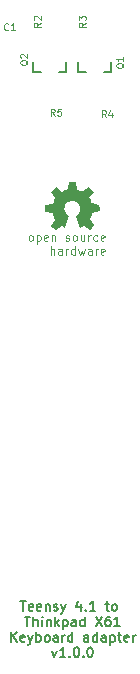
<source format=gto>
%TF.GenerationSoftware,KiCad,Pcbnew,(6.0.2)*%
%TF.CreationDate,2022-04-24T21:41:02-05:00*%
%TF.ProjectId,thinkpad-teensy-keyboard,7468696e-6b70-4616-942d-7465656e7379,v1.0.0*%
%TF.SameCoordinates,Original*%
%TF.FileFunction,Legend,Top*%
%TF.FilePolarity,Positive*%
%FSLAX46Y46*%
G04 Gerber Fmt 4.6, Leading zero omitted, Abs format (unit mm)*
G04 Created by KiCad (PCBNEW (6.0.2)) date 2022-04-24 21:41:02*
%MOMM*%
%LPD*%
G01*
G04 APERTURE LIST*
%ADD10C,0.152400*%
%ADD11C,0.115824*%
%ADD12C,0.060960*%
%ADD13C,0.203200*%
G04 APERTURE END LIST*
D10*
X115964304Y-98810983D02*
X116428761Y-98810983D01*
X116196533Y-99623783D02*
X116196533Y-98810983D01*
X117009333Y-99585078D02*
X116931923Y-99623783D01*
X116777104Y-99623783D01*
X116699695Y-99585078D01*
X116660990Y-99507668D01*
X116660990Y-99198030D01*
X116699695Y-99120621D01*
X116777104Y-99081916D01*
X116931923Y-99081916D01*
X117009333Y-99120621D01*
X117048038Y-99198030D01*
X117048038Y-99275440D01*
X116660990Y-99352849D01*
X117706019Y-99585078D02*
X117628609Y-99623783D01*
X117473790Y-99623783D01*
X117396380Y-99585078D01*
X117357676Y-99507668D01*
X117357676Y-99198030D01*
X117396380Y-99120621D01*
X117473790Y-99081916D01*
X117628609Y-99081916D01*
X117706019Y-99120621D01*
X117744723Y-99198030D01*
X117744723Y-99275440D01*
X117357676Y-99352849D01*
X118093066Y-99081916D02*
X118093066Y-99623783D01*
X118093066Y-99159326D02*
X118131771Y-99120621D01*
X118209180Y-99081916D01*
X118325295Y-99081916D01*
X118402704Y-99120621D01*
X118441409Y-99198030D01*
X118441409Y-99623783D01*
X118789752Y-99585078D02*
X118867161Y-99623783D01*
X119021980Y-99623783D01*
X119099390Y-99585078D01*
X119138095Y-99507668D01*
X119138095Y-99468964D01*
X119099390Y-99391554D01*
X119021980Y-99352849D01*
X118905866Y-99352849D01*
X118828457Y-99314145D01*
X118789752Y-99236735D01*
X118789752Y-99198030D01*
X118828457Y-99120621D01*
X118905866Y-99081916D01*
X119021980Y-99081916D01*
X119099390Y-99120621D01*
X119409028Y-99081916D02*
X119602552Y-99623783D01*
X119796076Y-99081916D02*
X119602552Y-99623783D01*
X119525142Y-99817307D01*
X119486438Y-99856011D01*
X119409028Y-99894716D01*
X121073333Y-99081916D02*
X121073333Y-99623783D01*
X120879809Y-98772278D02*
X120686285Y-99352849D01*
X121189447Y-99352849D01*
X121499085Y-99546373D02*
X121537790Y-99585078D01*
X121499085Y-99623783D01*
X121460380Y-99585078D01*
X121499085Y-99546373D01*
X121499085Y-99623783D01*
X122311885Y-99623783D02*
X121847428Y-99623783D01*
X122079657Y-99623783D02*
X122079657Y-98810983D01*
X122002247Y-98927097D01*
X121924838Y-99004507D01*
X121847428Y-99043211D01*
X123163390Y-99081916D02*
X123473028Y-99081916D01*
X123279504Y-98810983D02*
X123279504Y-99507668D01*
X123318209Y-99585078D01*
X123395619Y-99623783D01*
X123473028Y-99623783D01*
X123860076Y-99623783D02*
X123782666Y-99585078D01*
X123743961Y-99546373D01*
X123705257Y-99468964D01*
X123705257Y-99236735D01*
X123743961Y-99159326D01*
X123782666Y-99120621D01*
X123860076Y-99081916D01*
X123976190Y-99081916D01*
X124053600Y-99120621D01*
X124092304Y-99159326D01*
X124131009Y-99236735D01*
X124131009Y-99468964D01*
X124092304Y-99546373D01*
X124053600Y-99585078D01*
X123976190Y-99623783D01*
X123860076Y-99623783D01*
X116332000Y-100119591D02*
X116796457Y-100119591D01*
X116564228Y-100932391D02*
X116564228Y-100119591D01*
X117067390Y-100932391D02*
X117067390Y-100119591D01*
X117415733Y-100932391D02*
X117415733Y-100506638D01*
X117377028Y-100429229D01*
X117299619Y-100390524D01*
X117183504Y-100390524D01*
X117106095Y-100429229D01*
X117067390Y-100467934D01*
X117802780Y-100932391D02*
X117802780Y-100390524D01*
X117802780Y-100119591D02*
X117764076Y-100158296D01*
X117802780Y-100197000D01*
X117841485Y-100158296D01*
X117802780Y-100119591D01*
X117802780Y-100197000D01*
X118189828Y-100390524D02*
X118189828Y-100932391D01*
X118189828Y-100467934D02*
X118228533Y-100429229D01*
X118305942Y-100390524D01*
X118422057Y-100390524D01*
X118499466Y-100429229D01*
X118538171Y-100506638D01*
X118538171Y-100932391D01*
X118925219Y-100932391D02*
X118925219Y-100119591D01*
X119002628Y-100622753D02*
X119234857Y-100932391D01*
X119234857Y-100390524D02*
X118925219Y-100700162D01*
X119583200Y-100390524D02*
X119583200Y-101203324D01*
X119583200Y-100429229D02*
X119660609Y-100390524D01*
X119815428Y-100390524D01*
X119892838Y-100429229D01*
X119931542Y-100467934D01*
X119970247Y-100545343D01*
X119970247Y-100777572D01*
X119931542Y-100854981D01*
X119892838Y-100893686D01*
X119815428Y-100932391D01*
X119660609Y-100932391D01*
X119583200Y-100893686D01*
X120666933Y-100932391D02*
X120666933Y-100506638D01*
X120628228Y-100429229D01*
X120550819Y-100390524D01*
X120396000Y-100390524D01*
X120318590Y-100429229D01*
X120666933Y-100893686D02*
X120589523Y-100932391D01*
X120396000Y-100932391D01*
X120318590Y-100893686D01*
X120279885Y-100816276D01*
X120279885Y-100738867D01*
X120318590Y-100661457D01*
X120396000Y-100622753D01*
X120589523Y-100622753D01*
X120666933Y-100584048D01*
X121402323Y-100932391D02*
X121402323Y-100119591D01*
X121402323Y-100893686D02*
X121324914Y-100932391D01*
X121170095Y-100932391D01*
X121092685Y-100893686D01*
X121053980Y-100854981D01*
X121015276Y-100777572D01*
X121015276Y-100545343D01*
X121053980Y-100467934D01*
X121092685Y-100429229D01*
X121170095Y-100390524D01*
X121324914Y-100390524D01*
X121402323Y-100429229D01*
X122331238Y-100119591D02*
X122873104Y-100932391D01*
X122873104Y-100119591D02*
X122331238Y-100932391D01*
X123531085Y-100119591D02*
X123376266Y-100119591D01*
X123298857Y-100158296D01*
X123260152Y-100197000D01*
X123182742Y-100313115D01*
X123144038Y-100467934D01*
X123144038Y-100777572D01*
X123182742Y-100854981D01*
X123221447Y-100893686D01*
X123298857Y-100932391D01*
X123453676Y-100932391D01*
X123531085Y-100893686D01*
X123569790Y-100854981D01*
X123608495Y-100777572D01*
X123608495Y-100584048D01*
X123569790Y-100506638D01*
X123531085Y-100467934D01*
X123453676Y-100429229D01*
X123298857Y-100429229D01*
X123221447Y-100467934D01*
X123182742Y-100506638D01*
X123144038Y-100584048D01*
X124382590Y-100932391D02*
X123918133Y-100932391D01*
X124150361Y-100932391D02*
X124150361Y-100119591D01*
X124072952Y-100235705D01*
X123995542Y-100313115D01*
X123918133Y-100351819D01*
X115190209Y-102240999D02*
X115190209Y-101428199D01*
X115654666Y-102240999D02*
X115306323Y-101776542D01*
X115654666Y-101428199D02*
X115190209Y-101892656D01*
X116312647Y-102202294D02*
X116235238Y-102240999D01*
X116080419Y-102240999D01*
X116003009Y-102202294D01*
X115964304Y-102124884D01*
X115964304Y-101815246D01*
X116003009Y-101737837D01*
X116080419Y-101699132D01*
X116235238Y-101699132D01*
X116312647Y-101737837D01*
X116351352Y-101815246D01*
X116351352Y-101892656D01*
X115964304Y-101970065D01*
X116622285Y-101699132D02*
X116815809Y-102240999D01*
X117009333Y-101699132D02*
X116815809Y-102240999D01*
X116738400Y-102434523D01*
X116699695Y-102473227D01*
X116622285Y-102511932D01*
X117318971Y-102240999D02*
X117318971Y-101428199D01*
X117318971Y-101737837D02*
X117396380Y-101699132D01*
X117551200Y-101699132D01*
X117628609Y-101737837D01*
X117667314Y-101776542D01*
X117706019Y-101853951D01*
X117706019Y-102086180D01*
X117667314Y-102163589D01*
X117628609Y-102202294D01*
X117551200Y-102240999D01*
X117396380Y-102240999D01*
X117318971Y-102202294D01*
X118170476Y-102240999D02*
X118093066Y-102202294D01*
X118054361Y-102163589D01*
X118015657Y-102086180D01*
X118015657Y-101853951D01*
X118054361Y-101776542D01*
X118093066Y-101737837D01*
X118170476Y-101699132D01*
X118286590Y-101699132D01*
X118364000Y-101737837D01*
X118402704Y-101776542D01*
X118441409Y-101853951D01*
X118441409Y-102086180D01*
X118402704Y-102163589D01*
X118364000Y-102202294D01*
X118286590Y-102240999D01*
X118170476Y-102240999D01*
X119138095Y-102240999D02*
X119138095Y-101815246D01*
X119099390Y-101737837D01*
X119021980Y-101699132D01*
X118867161Y-101699132D01*
X118789752Y-101737837D01*
X119138095Y-102202294D02*
X119060685Y-102240999D01*
X118867161Y-102240999D01*
X118789752Y-102202294D01*
X118751047Y-102124884D01*
X118751047Y-102047475D01*
X118789752Y-101970065D01*
X118867161Y-101931361D01*
X119060685Y-101931361D01*
X119138095Y-101892656D01*
X119525142Y-102240999D02*
X119525142Y-101699132D01*
X119525142Y-101853951D02*
X119563847Y-101776542D01*
X119602552Y-101737837D01*
X119679961Y-101699132D01*
X119757371Y-101699132D01*
X120376647Y-102240999D02*
X120376647Y-101428199D01*
X120376647Y-102202294D02*
X120299238Y-102240999D01*
X120144419Y-102240999D01*
X120067009Y-102202294D01*
X120028304Y-102163589D01*
X119989600Y-102086180D01*
X119989600Y-101853951D01*
X120028304Y-101776542D01*
X120067009Y-101737837D01*
X120144419Y-101699132D01*
X120299238Y-101699132D01*
X120376647Y-101737837D01*
X121731314Y-102240999D02*
X121731314Y-101815246D01*
X121692609Y-101737837D01*
X121615200Y-101699132D01*
X121460380Y-101699132D01*
X121382971Y-101737837D01*
X121731314Y-102202294D02*
X121653904Y-102240999D01*
X121460380Y-102240999D01*
X121382971Y-102202294D01*
X121344266Y-102124884D01*
X121344266Y-102047475D01*
X121382971Y-101970065D01*
X121460380Y-101931361D01*
X121653904Y-101931361D01*
X121731314Y-101892656D01*
X122466704Y-102240999D02*
X122466704Y-101428199D01*
X122466704Y-102202294D02*
X122389295Y-102240999D01*
X122234476Y-102240999D01*
X122157066Y-102202294D01*
X122118361Y-102163589D01*
X122079657Y-102086180D01*
X122079657Y-101853951D01*
X122118361Y-101776542D01*
X122157066Y-101737837D01*
X122234476Y-101699132D01*
X122389295Y-101699132D01*
X122466704Y-101737837D01*
X123202095Y-102240999D02*
X123202095Y-101815246D01*
X123163390Y-101737837D01*
X123085980Y-101699132D01*
X122931161Y-101699132D01*
X122853752Y-101737837D01*
X123202095Y-102202294D02*
X123124685Y-102240999D01*
X122931161Y-102240999D01*
X122853752Y-102202294D01*
X122815047Y-102124884D01*
X122815047Y-102047475D01*
X122853752Y-101970065D01*
X122931161Y-101931361D01*
X123124685Y-101931361D01*
X123202095Y-101892656D01*
X123589142Y-101699132D02*
X123589142Y-102511932D01*
X123589142Y-101737837D02*
X123666552Y-101699132D01*
X123821371Y-101699132D01*
X123898780Y-101737837D01*
X123937485Y-101776542D01*
X123976190Y-101853951D01*
X123976190Y-102086180D01*
X123937485Y-102163589D01*
X123898780Y-102202294D01*
X123821371Y-102240999D01*
X123666552Y-102240999D01*
X123589142Y-102202294D01*
X124208419Y-101699132D02*
X124518057Y-101699132D01*
X124324533Y-101428199D02*
X124324533Y-102124884D01*
X124363238Y-102202294D01*
X124440647Y-102240999D01*
X124518057Y-102240999D01*
X125098628Y-102202294D02*
X125021219Y-102240999D01*
X124866400Y-102240999D01*
X124788990Y-102202294D01*
X124750285Y-102124884D01*
X124750285Y-101815246D01*
X124788990Y-101737837D01*
X124866400Y-101699132D01*
X125021219Y-101699132D01*
X125098628Y-101737837D01*
X125137333Y-101815246D01*
X125137333Y-101892656D01*
X124750285Y-101970065D01*
X125485676Y-102240999D02*
X125485676Y-101699132D01*
X125485676Y-101853951D02*
X125524380Y-101776542D01*
X125563085Y-101737837D01*
X125640495Y-101699132D01*
X125717904Y-101699132D01*
X118654285Y-103007740D02*
X118847809Y-103549607D01*
X119041333Y-103007740D01*
X119776723Y-103549607D02*
X119312266Y-103549607D01*
X119544495Y-103549607D02*
X119544495Y-102736807D01*
X119467085Y-102852921D01*
X119389676Y-102930331D01*
X119312266Y-102969035D01*
X120125066Y-103472197D02*
X120163771Y-103510902D01*
X120125066Y-103549607D01*
X120086361Y-103510902D01*
X120125066Y-103472197D01*
X120125066Y-103549607D01*
X120666933Y-102736807D02*
X120744342Y-102736807D01*
X120821752Y-102775512D01*
X120860457Y-102814216D01*
X120899161Y-102891626D01*
X120937866Y-103046445D01*
X120937866Y-103239969D01*
X120899161Y-103394788D01*
X120860457Y-103472197D01*
X120821752Y-103510902D01*
X120744342Y-103549607D01*
X120666933Y-103549607D01*
X120589523Y-103510902D01*
X120550819Y-103472197D01*
X120512114Y-103394788D01*
X120473409Y-103239969D01*
X120473409Y-103046445D01*
X120512114Y-102891626D01*
X120550819Y-102814216D01*
X120589523Y-102775512D01*
X120666933Y-102736807D01*
X121286209Y-103472197D02*
X121324914Y-103510902D01*
X121286209Y-103549607D01*
X121247504Y-103510902D01*
X121286209Y-103472197D01*
X121286209Y-103549607D01*
X121828076Y-102736807D02*
X121905485Y-102736807D01*
X121982895Y-102775512D01*
X122021600Y-102814216D01*
X122060304Y-102891626D01*
X122099009Y-103046445D01*
X122099009Y-103239969D01*
X122060304Y-103394788D01*
X122021600Y-103472197D01*
X121982895Y-103510902D01*
X121905485Y-103549607D01*
X121828076Y-103549607D01*
X121750666Y-103510902D01*
X121711961Y-103472197D01*
X121673257Y-103394788D01*
X121634552Y-103239969D01*
X121634552Y-103046445D01*
X121673257Y-102891626D01*
X121711961Y-102814216D01*
X121750666Y-102775512D01*
X121828076Y-102736807D01*
D11*
%TO.C,Q1*%
X124721010Y-53247025D02*
X124693433Y-53302180D01*
X124638278Y-53357334D01*
X124555547Y-53440065D01*
X124527970Y-53495220D01*
X124527970Y-53550374D01*
X124665855Y-53522797D02*
X124638278Y-53577951D01*
X124583124Y-53633105D01*
X124472815Y-53660683D01*
X124279775Y-53660683D01*
X124169467Y-53633105D01*
X124114313Y-53577951D01*
X124086735Y-53522797D01*
X124086735Y-53412488D01*
X124114313Y-53357334D01*
X124169467Y-53302180D01*
X124279775Y-53274603D01*
X124472815Y-53274603D01*
X124583124Y-53302180D01*
X124638278Y-53357334D01*
X124665855Y-53412488D01*
X124665855Y-53522797D01*
X124665855Y-52723060D02*
X124665855Y-53053985D01*
X124665855Y-52888523D02*
X124086735Y-52888523D01*
X124169467Y-52943677D01*
X124224621Y-52998831D01*
X124252198Y-53053985D01*
%TO.C,C1*%
X114939295Y-50422734D02*
X114911718Y-50450311D01*
X114828987Y-50477888D01*
X114773833Y-50477888D01*
X114691101Y-50450311D01*
X114635947Y-50395157D01*
X114608370Y-50340003D01*
X114580793Y-50229694D01*
X114580793Y-50146963D01*
X114608370Y-50036654D01*
X114635947Y-49981500D01*
X114691101Y-49926346D01*
X114773833Y-49898768D01*
X114828987Y-49898768D01*
X114911718Y-49926346D01*
X114939295Y-49953923D01*
X115490838Y-50477888D02*
X115159913Y-50477888D01*
X115325375Y-50477888D02*
X115325375Y-49898768D01*
X115270221Y-49981500D01*
X115215067Y-50036654D01*
X115159913Y-50064231D01*
%TO.C,R3*%
X121490855Y-49834368D02*
X121215084Y-50027408D01*
X121490855Y-50165294D02*
X120911735Y-50165294D01*
X120911735Y-49944677D01*
X120939313Y-49889523D01*
X120966890Y-49861946D01*
X121022044Y-49834368D01*
X121104775Y-49834368D01*
X121159930Y-49861946D01*
X121187507Y-49889523D01*
X121215084Y-49944677D01*
X121215084Y-50165294D01*
X120911735Y-49641328D02*
X120911735Y-49282826D01*
X121132353Y-49475866D01*
X121132353Y-49393134D01*
X121159930Y-49337980D01*
X121187507Y-49310403D01*
X121242661Y-49282826D01*
X121380547Y-49282826D01*
X121435701Y-49310403D01*
X121463278Y-49337980D01*
X121490855Y-49393134D01*
X121490855Y-49558597D01*
X121463278Y-49613751D01*
X121435701Y-49641328D01*
%TO.C,Q2*%
X116593010Y-52993025D02*
X116565433Y-53048180D01*
X116510278Y-53103334D01*
X116427547Y-53186065D01*
X116399970Y-53241220D01*
X116399970Y-53296374D01*
X116537855Y-53268797D02*
X116510278Y-53323951D01*
X116455124Y-53379105D01*
X116344815Y-53406683D01*
X116151775Y-53406683D01*
X116041467Y-53379105D01*
X115986313Y-53323951D01*
X115958735Y-53268797D01*
X115958735Y-53158488D01*
X115986313Y-53103334D01*
X116041467Y-53048180D01*
X116151775Y-53020603D01*
X116344815Y-53020603D01*
X116455124Y-53048180D01*
X116510278Y-53103334D01*
X116537855Y-53158488D01*
X116537855Y-53268797D01*
X116013890Y-52799985D02*
X115986313Y-52772408D01*
X115958735Y-52717254D01*
X115958735Y-52579368D01*
X115986313Y-52524214D01*
X116013890Y-52496637D01*
X116069044Y-52469060D01*
X116124198Y-52469060D01*
X116206930Y-52496637D01*
X116537855Y-52827563D01*
X116537855Y-52469060D01*
%TO.C,R5*%
X118876295Y-57716888D02*
X118683255Y-57441117D01*
X118545370Y-57716888D02*
X118545370Y-57137768D01*
X118765987Y-57137768D01*
X118821141Y-57165346D01*
X118848718Y-57192923D01*
X118876295Y-57248077D01*
X118876295Y-57330808D01*
X118848718Y-57385963D01*
X118821141Y-57413540D01*
X118765987Y-57441117D01*
X118545370Y-57441117D01*
X119400261Y-57137768D02*
X119124490Y-57137768D01*
X119096913Y-57413540D01*
X119124490Y-57385963D01*
X119179644Y-57358386D01*
X119317530Y-57358386D01*
X119372684Y-57385963D01*
X119400261Y-57413540D01*
X119427838Y-57468694D01*
X119427838Y-57606580D01*
X119400261Y-57661734D01*
X119372684Y-57689311D01*
X119317530Y-57716888D01*
X119179644Y-57716888D01*
X119124490Y-57689311D01*
X119096913Y-57661734D01*
%TO.C,R4*%
X123205530Y-57843888D02*
X123012490Y-57568117D01*
X122874604Y-57843888D02*
X122874604Y-57264768D01*
X123095221Y-57264768D01*
X123150375Y-57292346D01*
X123177952Y-57319923D01*
X123205530Y-57375077D01*
X123205530Y-57457808D01*
X123177952Y-57512963D01*
X123150375Y-57540540D01*
X123095221Y-57568117D01*
X122874604Y-57568117D01*
X123701918Y-57457808D02*
X123701918Y-57843888D01*
X123564032Y-57237191D02*
X123426147Y-57650848D01*
X123784650Y-57650848D01*
D12*
%TO.C,GOLD_ORB_SM1*%
X116797951Y-68314494D02*
X116729009Y-68280023D01*
X116694537Y-68245551D01*
X116660066Y-68176608D01*
X116660066Y-67969780D01*
X116694537Y-67900837D01*
X116729009Y-67866366D01*
X116797951Y-67831894D01*
X116901366Y-67831894D01*
X116970309Y-67866366D01*
X117004780Y-67900837D01*
X117039251Y-67969780D01*
X117039251Y-68176608D01*
X117004780Y-68245551D01*
X116970309Y-68280023D01*
X116901366Y-68314494D01*
X116797951Y-68314494D01*
X117349494Y-67831894D02*
X117349494Y-68555794D01*
X117349494Y-67866366D02*
X117418437Y-67831894D01*
X117556323Y-67831894D01*
X117625266Y-67866366D01*
X117659737Y-67900837D01*
X117694209Y-67969780D01*
X117694209Y-68176608D01*
X117659737Y-68245551D01*
X117625266Y-68280023D01*
X117556323Y-68314494D01*
X117418437Y-68314494D01*
X117349494Y-68280023D01*
X118280223Y-68280023D02*
X118211280Y-68314494D01*
X118073394Y-68314494D01*
X118004451Y-68280023D01*
X117969980Y-68211080D01*
X117969980Y-67935308D01*
X118004451Y-67866366D01*
X118073394Y-67831894D01*
X118211280Y-67831894D01*
X118280223Y-67866366D01*
X118314694Y-67935308D01*
X118314694Y-68004251D01*
X117969980Y-68073194D01*
X118624937Y-67831894D02*
X118624937Y-68314494D01*
X118624937Y-67900837D02*
X118659409Y-67866366D01*
X118728351Y-67831894D01*
X118831766Y-67831894D01*
X118900709Y-67866366D01*
X118935180Y-67935308D01*
X118935180Y-68314494D01*
X119796966Y-68280023D02*
X119865909Y-68314494D01*
X120003794Y-68314494D01*
X120072737Y-68280023D01*
X120107209Y-68211080D01*
X120107209Y-68176608D01*
X120072737Y-68107666D01*
X120003794Y-68073194D01*
X119900380Y-68073194D01*
X119831437Y-68038723D01*
X119796966Y-67969780D01*
X119796966Y-67935308D01*
X119831437Y-67866366D01*
X119900380Y-67831894D01*
X120003794Y-67831894D01*
X120072737Y-67866366D01*
X120520866Y-68314494D02*
X120451923Y-68280023D01*
X120417451Y-68245551D01*
X120382980Y-68176608D01*
X120382980Y-67969780D01*
X120417451Y-67900837D01*
X120451923Y-67866366D01*
X120520866Y-67831894D01*
X120624280Y-67831894D01*
X120693223Y-67866366D01*
X120727694Y-67900837D01*
X120762166Y-67969780D01*
X120762166Y-68176608D01*
X120727694Y-68245551D01*
X120693223Y-68280023D01*
X120624280Y-68314494D01*
X120520866Y-68314494D01*
X121382651Y-67831894D02*
X121382651Y-68314494D01*
X121072409Y-67831894D02*
X121072409Y-68211080D01*
X121106880Y-68280023D01*
X121175823Y-68314494D01*
X121279237Y-68314494D01*
X121348180Y-68280023D01*
X121382651Y-68245551D01*
X121727366Y-68314494D02*
X121727366Y-67831894D01*
X121727366Y-67969780D02*
X121761837Y-67900837D01*
X121796309Y-67866366D01*
X121865251Y-67831894D01*
X121934194Y-67831894D01*
X122485737Y-68280023D02*
X122416794Y-68314494D01*
X122278909Y-68314494D01*
X122209966Y-68280023D01*
X122175494Y-68245551D01*
X122141023Y-68176608D01*
X122141023Y-67969780D01*
X122175494Y-67900837D01*
X122209966Y-67866366D01*
X122278909Y-67831894D01*
X122416794Y-67831894D01*
X122485737Y-67866366D01*
X123071751Y-68280023D02*
X123002809Y-68314494D01*
X122864923Y-68314494D01*
X122795980Y-68280023D01*
X122761509Y-68211080D01*
X122761509Y-67935308D01*
X122795980Y-67866366D01*
X122864923Y-67831894D01*
X123002809Y-67831894D01*
X123071751Y-67866366D01*
X123106223Y-67935308D01*
X123106223Y-68004251D01*
X122761509Y-68073194D01*
X118521523Y-69479973D02*
X118521523Y-68756073D01*
X118831766Y-69479973D02*
X118831766Y-69100787D01*
X118797294Y-69031845D01*
X118728351Y-68997373D01*
X118624937Y-68997373D01*
X118555994Y-69031845D01*
X118521523Y-69066316D01*
X119486723Y-69479973D02*
X119486723Y-69100787D01*
X119452251Y-69031845D01*
X119383309Y-68997373D01*
X119245423Y-68997373D01*
X119176480Y-69031845D01*
X119486723Y-69445502D02*
X119417780Y-69479973D01*
X119245423Y-69479973D01*
X119176480Y-69445502D01*
X119142009Y-69376559D01*
X119142009Y-69307616D01*
X119176480Y-69238673D01*
X119245423Y-69204202D01*
X119417780Y-69204202D01*
X119486723Y-69169730D01*
X119831437Y-69479973D02*
X119831437Y-68997373D01*
X119831437Y-69135259D02*
X119865909Y-69066316D01*
X119900380Y-69031845D01*
X119969323Y-68997373D01*
X120038266Y-68997373D01*
X120589809Y-69479973D02*
X120589809Y-68756073D01*
X120589809Y-69445502D02*
X120520866Y-69479973D01*
X120382980Y-69479973D01*
X120314037Y-69445502D01*
X120279566Y-69411030D01*
X120245094Y-69342087D01*
X120245094Y-69135259D01*
X120279566Y-69066316D01*
X120314037Y-69031845D01*
X120382980Y-68997373D01*
X120520866Y-68997373D01*
X120589809Y-69031845D01*
X120865580Y-68997373D02*
X121003466Y-69479973D01*
X121141351Y-69135259D01*
X121279237Y-69479973D01*
X121417123Y-68997373D01*
X122003137Y-69479973D02*
X122003137Y-69100787D01*
X121968666Y-69031845D01*
X121899723Y-68997373D01*
X121761837Y-68997373D01*
X121692894Y-69031845D01*
X122003137Y-69445502D02*
X121934194Y-69479973D01*
X121761837Y-69479973D01*
X121692894Y-69445502D01*
X121658423Y-69376559D01*
X121658423Y-69307616D01*
X121692894Y-69238673D01*
X121761837Y-69204202D01*
X121934194Y-69204202D01*
X122003137Y-69169730D01*
X122347851Y-69479973D02*
X122347851Y-68997373D01*
X122347851Y-69135259D02*
X122382323Y-69066316D01*
X122416794Y-69031845D01*
X122485737Y-68997373D01*
X122554680Y-68997373D01*
X123071751Y-69445502D02*
X123002809Y-69479973D01*
X122864923Y-69479973D01*
X122795980Y-69445502D01*
X122761509Y-69376559D01*
X122761509Y-69100787D01*
X122795980Y-69031845D01*
X122864923Y-68997373D01*
X123002809Y-68997373D01*
X123071751Y-69031845D01*
X123106223Y-69100787D01*
X123106223Y-69169730D01*
X122761509Y-69238673D01*
D11*
%TO.C,R2*%
X117680855Y-49834368D02*
X117405084Y-50027408D01*
X117680855Y-50165294D02*
X117101735Y-50165294D01*
X117101735Y-49944677D01*
X117129313Y-49889523D01*
X117156890Y-49861946D01*
X117212044Y-49834368D01*
X117294775Y-49834368D01*
X117349930Y-49861946D01*
X117377507Y-49889523D01*
X117405084Y-49944677D01*
X117405084Y-50165294D01*
X117156890Y-49613751D02*
X117129313Y-49586174D01*
X117101735Y-49531020D01*
X117101735Y-49393134D01*
X117129313Y-49337980D01*
X117156890Y-49310403D01*
X117212044Y-49282826D01*
X117267198Y-49282826D01*
X117349930Y-49310403D01*
X117680855Y-49641328D01*
X117680855Y-49282826D01*
D13*
%TO.C,Q1*%
X123680433Y-53999466D02*
X123680433Y-53199466D01*
X121480433Y-53999466D02*
X120880433Y-53999466D01*
X120880433Y-53999466D02*
X120880433Y-53199466D01*
X123080433Y-53999466D02*
X123680433Y-53999466D01*
%TO.C,Q2*%
X117670433Y-53983466D02*
X117070433Y-53983466D01*
X119870433Y-53983466D02*
X119870433Y-53183466D01*
X119270433Y-53983466D02*
X119870433Y-53983466D01*
X117070433Y-53983466D02*
X117070433Y-53183466D01*
%TO.C,GOLD_ORB_SM1*%
G36*
X120654833Y-63319766D02*
G01*
X120769133Y-63942066D01*
X120883433Y-63967466D01*
X121112033Y-64069066D01*
X121226333Y-64132566D01*
X121747033Y-63764266D01*
X121835933Y-63827766D01*
X121937533Y-63916666D01*
X122064533Y-64043666D01*
X122166133Y-64170666D01*
X121810533Y-64665966D01*
X121823233Y-64691366D01*
X121912133Y-64843766D01*
X121975633Y-64983466D01*
X122026433Y-65148566D01*
X122648733Y-65262866D01*
X122661433Y-65389866D01*
X122674133Y-65529566D01*
X122674133Y-65821666D01*
X122051833Y-65935966D01*
X122001033Y-66139166D01*
X121950233Y-66291566D01*
X121861333Y-66443966D01*
X122229633Y-66977366D01*
X122140733Y-67091666D01*
X122039133Y-67205966D01*
X121950233Y-67294866D01*
X121848633Y-67383766D01*
X121340633Y-67028166D01*
X121188233Y-67129766D01*
X121035833Y-67193266D01*
X120642133Y-66202666D01*
X120907481Y-65970149D01*
X120985031Y-65809944D01*
X121017574Y-65634958D01*
X121002805Y-65457584D01*
X120941769Y-65290390D01*
X120838792Y-65145217D01*
X120701166Y-65032352D01*
X120538643Y-64959788D01*
X120362734Y-64932666D01*
X120362733Y-64932666D01*
X120012023Y-65026344D01*
X119869697Y-65141855D01*
X119764911Y-65292254D01*
X119705858Y-65465784D01*
X119697153Y-65648879D01*
X119739476Y-65827229D01*
X119829520Y-65986891D01*
X119960245Y-66115384D01*
X120121433Y-66202666D01*
X119765833Y-67218666D01*
X119473733Y-67066266D01*
X118953033Y-67421866D01*
X118864133Y-67345666D01*
X118749833Y-67244066D01*
X118660933Y-67155166D01*
X118559333Y-67040866D01*
X118927633Y-66532866D01*
X118838733Y-66380466D01*
X118787933Y-66278866D01*
X118749833Y-66151866D01*
X118699033Y-65974066D01*
X118076733Y-65872466D01*
X118076733Y-65313666D01*
X118699033Y-65212066D01*
X118737133Y-65123166D01*
X118775233Y-64983466D01*
X118851433Y-64818366D01*
X118927633Y-64691366D01*
X118572033Y-64170666D01*
X118635533Y-64107166D01*
X118737133Y-63992866D01*
X118864133Y-63865866D01*
X118978433Y-63776966D01*
X119486433Y-64145266D01*
X119664233Y-64043666D01*
X119791233Y-63992866D01*
X119981733Y-63929366D01*
X120083333Y-63319766D01*
X120210333Y-63307066D01*
X120502433Y-63307066D01*
X120654833Y-63319766D01*
G37*
%TD*%
M02*

</source>
